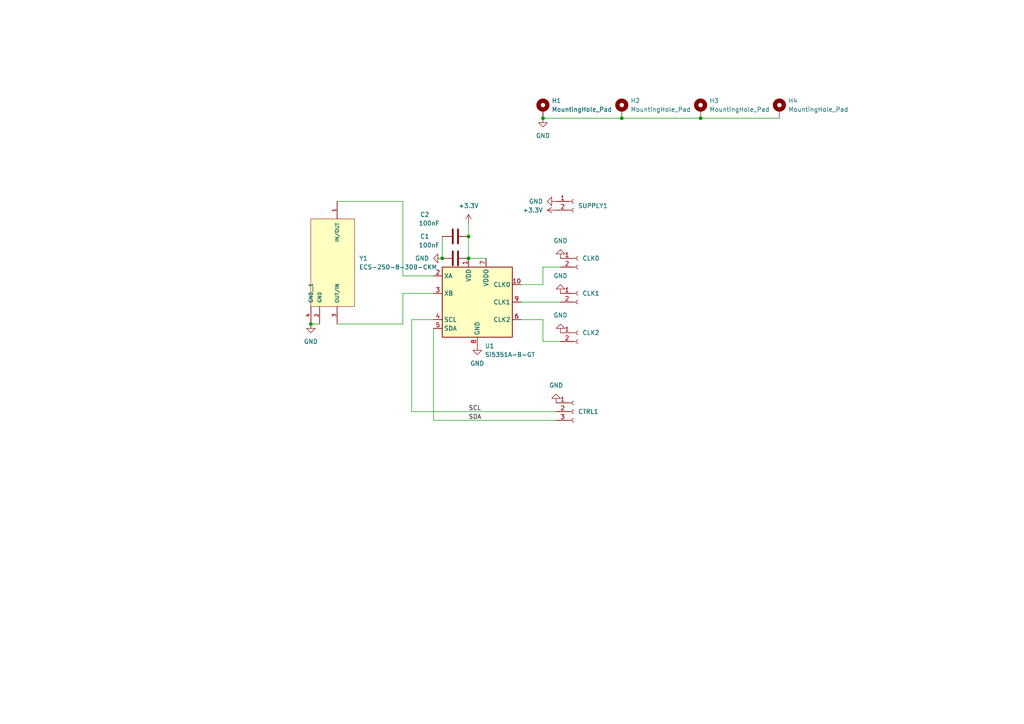
<source format=kicad_sch>
(kicad_sch (version 20231120) (generator "eeschema") (generator_version "8.0")
  (paper "A4")
  (title_block (title "Freq. Synt. Si5351") (date "2024-02-18") (rev "v1") (company "Stefan Meyre, HB9GZE, 18.2.2024"))
  (lib_symbols
    (symbol "Connector:Conn_01x02_Socket" (pin_names (offset 1.016) hide)
      (property "Reference" "J" (at 0 2.54 0))
      (property "Value" "Conn_01x02_Socket" (at 0 -5.08 0))
      (symbol "Conn_01x02_Socket_1_1"
        (arc (start 0 -2.032) (mid -0.5058 -2.54) (end 0 -3.048) (stroke (width 0.1524)))
        (polyline (pts (xy -1.27 -2.54) (xy -0.508 -2.54)) (stroke (width 0.1524)))
        (polyline (pts (xy -1.27 0) (xy -0.508 0)) (stroke (width 0.1524)))
        (arc (start 0 0.508) (mid -0.5058 0) (end 0 -0.508) (stroke (width 0.1524)))
        (pin passive line (at -5.08 0 0) (length 3.81) (name "Pin_1") (number "1"))
        (pin passive line (at -5.08 -2.54 0) (length 3.81) (name "Pin_2") (number "2"))
      )
    )
    (symbol "Connector:Conn_01x03_Socket" (pin_names (offset 1.016) hide)
      (property "Reference" "J" (at 0 5.08 0))
      (property "Value" "Conn_01x03_Socket" (at 0 -5.08 0))
      (symbol "Conn_01x03_Socket_1_1"
        (arc (start 0 -2.032) (mid -0.5058 -2.54) (end 0 -3.048) (stroke (width 0.1524)))
        (polyline (pts (xy -1.27 -2.54) (xy -0.508 -2.54)) (stroke (width 0.1524)))
        (polyline (pts (xy -1.27 0) (xy -0.508 0)) (stroke (width 0.1524)))
        (polyline (pts (xy -1.27 2.54) (xy -0.508 2.54)) (stroke (width 0.1524)))
        (arc (start 0 0.508) (mid -0.5058 0) (end 0 -0.508) (stroke (width 0.1524)))
        (arc (start 0 3.048) (mid -0.5058 2.54) (end 0 2.032) (stroke (width 0.1524)))
        (pin passive line (at -5.08 2.54 0) (length 3.81) (name "Pin_1") (number "1"))
        (pin passive line (at -5.08 0 0) (length 3.81) (name "Pin_2") (number "2"))
        (pin passive line (at -5.08 -2.54 0) (length 3.81) (name "Pin_3") (number "3"))
      )
    )
    (symbol "Device:C" (pin_numbers hide) (pin_names (offset 0.254))
      (property "Reference" "C" (at 0.635 2.54 0))
      (property "Value" "C" (at 0.635 -2.54 0))
      (symbol "C_0_1"
        (polyline (pts (xy -2.032 -0.762) (xy 2.032 -0.762)) (stroke (width 0.508)))
        (polyline (pts (xy -2.032 0.762) (xy 2.032 0.762)) (stroke (width 0.508)))
      )
      (symbol "C_1_1"
        (pin passive line (at 0 3.81 270) (length 2.794) (name "~") (number "1"))
        (pin passive line (at 0 -3.81 90) (length 2.794) (name "~") (number "2"))
      )
    )
    (symbol "Mechanical:MountingHole_Pad" (pin_numbers hide) (pin_names (offset 1.016) hide)
      (property "Reference" "H" (at 0 6.35 0))
      (property "Value" "MountingHole_Pad" (at 0 4.445 0))
      (symbol "MountingHole_Pad_0_1"
        (circle (center 0 1.27) (radius 1.27) (stroke (width 1.27)))
      )
      (symbol "MountingHole_Pad_1_1"
        (pin input line (at 0 -2.54 90) (length 2.54) (name "1") (number "1"))
      )
    )
    (symbol "Oscillator:Si5351A-B-GT"
      (property "Reference" "U" (at -8.89 11.43 0))
      (property "Value" "Si5351A-B-GT" (at -12.7 -12.7 0))
      (symbol "Si5351A-B-GT_0_1"
        (rectangle (start -10.16 10.16) (end 10.16 -10.16) (stroke (width 0.254)) (fill (type background)))
      )
      (symbol "Si5351A-B-GT_1_1"
        (pin power_in line (at -2.54 12.7 270) (length 2.54) (name "VDD") (number "1"))
        (pin output line (at 12.7 5.08 180) (length 2.54) (name "CLK0") (number "10"))
        (pin input line (at -12.7 7.62 0) (length 2.54) (name "XA") (number "2"))
        (pin input line (at -12.7 2.54 0) (length 2.54) (name "XB") (number "3"))
        (pin input line (at -12.7 -5.08 0) (length 2.54) (name "SCL") (number "4"))
        (pin bidirectional line (at -12.7 -7.62 0) (length 2.54) (name "SDA") (number "5"))
        (pin output line (at 12.7 -5.08 180) (length 2.54) (name "CLK2") (number "6"))
        (pin power_in line (at 2.54 12.7 270) (length 2.54) (name "VDDO") (number "7"))
        (pin power_in line (at 0 -12.7 90) (length 2.54) (name "GND") (number "8"))
        (pin output line (at 12.7 0 180) (length 2.54) (name "CLK1") (number "9"))
      )
    )
    (symbol "Private:ECS-250-8-30B-CKM" (pin_names (offset 1.016))
      (property "Reference" "Y" (at -12.7079 7.6248 0))
      (property "Value" "ECS-250-8-30B-CKM" (at -12.7326 -7.6396 0))
      (symbol "ECS-250-8-30B-CKM_0_0"
        (rectangle (start -12.7 -5.08) (end 12.7 7.62) (stroke (width 0.127)) (fill (type background)))
        (pin bidirectional line (at -17.78 2.54 0) (length 5.08) (name "IN/OUT") (number "1"))
        (pin power_in line (at 17.78 -2.54 180) (length 5.08) (name "GND") (number "2"))
        (pin bidirectional line (at 17.78 2.54 180) (length 5.08) (name "OUT/IN") (number "3"))
        (pin power_in line (at 17.78 -5.08 180) (length 5.08) (name "GND__1") (number "4"))
      )
    )
    (symbol "power:+3.3V" (power) (pin_names (offset 0))
      (property "Value" "+3.3V" (at 0 3.556 0))
      (symbol "+3.3V_0_1"
        (polyline (pts (xy -0.762 1.27) (xy 0 2.54)))
        (polyline (pts (xy 0 0) (xy 0 2.54)))
        (polyline (pts (xy 0 2.54) (xy 0.762 1.27)))
      )
      (symbol "+3.3V_1_1"
        (pin power_in line (at 0 0 90) (length 0) hide (name "+3.3V") (number "1"))
      )
    )
    (symbol "power:GND" (power) (pin_names (offset 0))
      (property "Value" "GND" (at 0 -3.81 0))
      (symbol "GND_0_1"
        (polyline (pts (xy 0 0) (xy 0 -1.27) (xy 1.27 -1.27) (xy 0 -2.54) (xy -1.27 -1.27) (xy 0 -1.27)))
      )
      (symbol "GND_1_1"
        (pin power_in line (at 0 0 270) (length 0) hide (name "GND") (number "1"))
      )
    )
  )
  (junction (at 157.48 34.29))
  (junction (at 128.27 74.93))
  (junction (at 203.2 34.29))
  (junction (at 90.17 93.98))
  (junction (at 135.89 74.93))
  (junction (at 135.89 68.58))
  (junction (at 180.34 34.29))
  (wire (pts (xy 97.79 93.98) (xy 116.84 93.98)))
  (wire (pts (xy 157.48 77.47) (xy 157.48 82.55)))
  (wire (pts (xy 157.48 92.71) (xy 157.48 99.06)))
  (wire (pts (xy 203.2 34.29) (xy 226.06 34.29)))
  (wire (pts (xy 119.38 119.38) (xy 119.38 92.71)))
  (wire (pts (xy 128.27 68.58) (xy 128.27 74.93)))
  (wire (pts (xy 125.73 121.92) (xy 161.29 121.92)))
  (wire (pts (xy 125.73 95.25) (xy 125.73 121.92)))
  (wire (pts (xy 116.84 80.01) (xy 125.73 80.01)))
  (wire (pts (xy 161.29 119.38) (xy 119.38 119.38)))
  (wire (pts (xy 125.73 85.09) (xy 116.84 85.09)))
  (wire (pts (xy 97.79 58.42) (xy 116.84 58.42)))
  (wire (pts (xy 151.13 87.63) (xy 162.56 87.63)))
  (wire (pts (xy 157.48 77.47) (xy 162.56 77.47)))
  (wire (pts (xy 157.48 99.06) (xy 162.56 99.06)))
  (wire (pts (xy 135.89 64.77) (xy 135.89 68.58)))
  (wire (pts (xy 135.89 68.58) (xy 135.89 74.93)))
  (wire (pts (xy 157.48 92.71) (xy 151.13 92.71)))
  (wire (pts (xy 180.34 34.29) (xy 203.2 34.29)))
  (wire (pts (xy 135.89 74.93) (xy 140.97 74.93)))
  (wire (pts (xy 119.38 92.71) (xy 125.73 92.71)))
  (wire (pts (xy 90.17 93.98) (xy 92.71 93.98)))
  (wire (pts (xy 116.84 58.42) (xy 116.84 80.01)))
  (wire (pts (xy 116.84 93.98) (xy 116.84 85.09)))
  (wire (pts (xy 157.48 34.29) (xy 180.34 34.29)))
  (wire (pts (xy 157.48 82.55) (xy 151.13 82.55)))
  (label "SDA" (at 135.89 121.92 0))
  (label "SCL" (at 135.89 119.38 0))
  (symbol (lib_id "Connector:Conn_01x02_Socket") (at 167.64 85.09 0) (unit 1)
    (property "Reference" "CLK1" (at 168.91 85.09 0) (effects (justify left)))
    (property "Value" "Conn_01x02_Socket" (effects (hide yes)))
    (property "Footprint" "Connector_JST:JST_EH_B2B-EH-A_1x02_P2.50mm_Vertical" (effects (hide yes)))
  )
  (symbol (lib_id "Connector:Conn_01x02_Socket") (at 167.64 96.52 0) (unit 1)
    (property "Reference" "CLK2" (at 168.91 96.52 0) (effects (justify left)))
    (property "Value" "Conn_01x02_Socket" (effects (hide yes)))
    (property "Footprint" "Connector_JST:JST_EH_B2B-EH-A_1x02_P2.50mm_Vertical" (effects (hide yes)))
  )
  (symbol (lib_id "Oscillator:Si5351A-B-GT") (at 138.43 87.63 0) (unit 1)
    (property "Reference" "U1" (at 140.6241 100.33 0) (effects (justify left)))
    (property "Value" "Si5351A-B-GT" (at 140.6241 102.87 0) (effects (justify left)))
    (property "Footprint" "Package_SO:MSOP-10_3x3mm_P0.5mm" (effects (hide yes)))
    (property "Datasheet" "https://www.silabs.com/documents/public/data-sheets/Si5351-B.pdf" (effects (hide yes)))
  )
  (symbol (lib_id "power:GND") (at 161.29 58.42 270) (unit 1)
    (property "Reference" "#PWR03" (effects (hide yes)))
    (property "Value" "GND" (at 157.48 58.42 90) (effects (justify right)))
  )
  (symbol (lib_id "Device:C") (at 132.08 74.93 90) (unit 1)
    (property "Reference" "C1" (at 123.19 68.58 90))
    (property "Value" "100nF" (at 124.46 71.12 90))
    (property "Footprint" "Capacitor_SMD:C_0805_2012Metric_Pad1.18x1.45mm_HandSolder" (effects (hide yes)))
  )
  (symbol (lib_id "power:GND") (at 157.48 34.29 0) (unit 1)
    (property "Reference" "#PWR010" (effects (hide yes)))
    (property "Value" "GND" (at 157.48 39.37 0))
  )
  (symbol (lib_id "Mechanical:MountingHole_Pad") (at 180.34 31.75 0) (unit 1)
    (property "Reference" "H2" (at 182.88 29.21 0) (effects (justify left)))
    (property "Value" "MountingHole_Pad" (at 182.88 31.75 0) (effects (justify left)))
    (property "Footprint" "MountingHole:MountingHole_2.5mm_Pad_TopBottom" (effects (hide yes)))
  )
  (symbol (lib_id "power:GND") (at 90.17 93.98 0) (unit 1)
    (property "Reference" "#PWR01" (effects (hide yes)))
    (property "Value" "GND" (at 90.17 99.06 0))
  )
  (symbol (lib_id "Device:C") (at 132.08 68.58 90) (unit 1)
    (property "Reference" "C2" (at 123.19 62.23 90))
    (property "Value" "100nF" (at 124.46 64.77 90))
    (property "Footprint" "Capacitor_SMD:C_0805_2012Metric_Pad1.18x1.45mm_HandSolder" (effects (hide yes)))
  )
  (symbol (lib_id "Connector:Conn_01x02_Socket") (at 167.64 74.93 0) (unit 1)
    (property "Reference" "CLK0" (at 168.91 74.93 0) (effects (justify left)))
    (property "Value" "Conn_01x02_Socket" (effects (hide yes)))
    (property "Footprint" "Connector_JST:JST_EH_B2B-EH-A_1x02_P2.50mm_Vertical" (effects (hide yes)))
  )
  (symbol (lib_id "power:GND") (at 161.29 116.84 180) (unit 1)
    (property "Reference" "#PWR09" (effects (hide yes)))
    (property "Value" "GND" (at 161.29 111.76 0))
  )
  (symbol (lib_id "Mechanical:MountingHole_Pad") (at 226.06 31.75 0) (unit 1)
    (property "Reference" "H4" (at 228.6 29.21 0) (effects (justify left)))
    (property "Value" "MountingHole_Pad" (at 228.6 31.75 0) (effects (justify left)))
    (property "Footprint" "MountingHole:MountingHole_2.5mm_Pad_TopBottom" (effects (hide yes)))
  )
  (symbol (lib_id "power:GND") (at 138.43 100.33 0) (unit 1)
    (property "Reference" "#PWR02" (effects (hide yes)))
    (property "Value" "GND" (at 138.43 105.41 0))
  )
  (symbol (lib_id "Connector:Conn_01x02_Socket") (at 166.37 58.42 0) (unit 1)
    (property "Reference" "SUPPLY1" (at 167.64 59.69 0) (effects (justify left)))
    (property "Value" "Conn_01x02_Socket" (effects (hide yes)))
    (property "Footprint" "Connector_JST:JST_EH_B2B-EH-A_1x02_P2.50mm_Vertical" (effects (hide yes)))
  )
  (symbol (lib_id "Mechanical:MountingHole_Pad") (at 157.48 31.75 0) (unit 1)
    (property "Reference" "H1" (at 160.02 29.21 0) (effects (justify left)))
    (property "Value" "MountingHole_Pad" (at 160.02 31.75 0) (effects (justify left)))
    (property "Footprint" "MountingHole:MountingHole_2.5mm_Pad_TopBottom" (effects (hide yes)))
  )
  (symbol (lib_id "power:GND") (at 162.56 85.09 180) (unit 1)
    (property "Reference" "#PWR07" (effects (hide yes)))
    (property "Value" "GND" (at 162.56 80.01 0))
  )
  (symbol (lib_id "power:+3.3V") (at 161.29 60.96 90) (unit 1)
    (property "Reference" "#PWR05" (effects (hide yes)))
    (property "Value" "+3.3V" (at 157.48 60.96 90) (effects (justify left)))
  )
  (symbol (lib_id "Mechanical:MountingHole_Pad") (at 203.2 31.75 0) (unit 1)
    (property "Reference" "H3" (at 205.74 29.21 0) (effects (justify left)))
    (property "Value" "MountingHole_Pad" (at 205.74 31.75 0) (effects (justify left)))
    (property "Footprint" "MountingHole:MountingHole_2.5mm_Pad_TopBottom" (effects (hide yes)))
  )
  (symbol (lib_id "power:GND") (at 128.27 74.93 270) (unit 1)
    (property "Reference" "#PWR011" (effects (hide yes)))
    (property "Value" "GND" (at 124.46 74.93 90) (effects (justify right)))
  )
  (symbol (lib_id "power:GND") (at 162.56 96.52 180) (unit 1)
    (property "Reference" "#PWR08" (effects (hide yes)))
    (property "Value" "GND" (at 162.56 91.44 0))
  )
  (symbol (lib_id "Private:ECS-250-8-30B-CKM") (at 95.25 76.2 270) (unit 1)
    (property "Reference" "Y1" (at 104.14 74.93 90) (effects (justify left)))
    (property "Value" "ECS-250-8-30B-CKM" (at 104.14 77.47 90) (effects (justify left)))
    (property "Footprint" "Private:XTAL_ECS-250-8-30B-CKM" (effects (hide yes)))
    (property "MF" "ECS INC" (effects (hide yes)))
    (property "DESCRIPTION" "The ECX-53B is a miniature SMD Crystal with a 3.2 x 5 mm footprint." (effects (hide yes)))
    (property "PACKAGE" "SMD-4 ECX" (effects (hide yes)))
    (property "STANDARD" "Manufacturer Recommendations" (effects (hide yes)))
    (property "MP" "ECX-53B" (effects (hide yes)))
    (property "AVAILABILITY" "Good" (effects (hide yes)))
  )
  (symbol (lib_id "power:GND") (at 162.56 74.93 180) (unit 1)
    (property "Reference" "#PWR06" (effects (hide yes)))
    (property "Value" "GND" (at 162.56 69.85 0))
  )
  (symbol (lib_id "Connector:Conn_01x03_Socket") (at 166.37 119.38 0) (unit 1)
    (property "Reference" "CTRL1" (at 167.64 119.38 0) (effects (justify left)))
    (property "Value" "Conn_01x03_Socket" (effects (hide yes)))
    (property "Footprint" "Connector_JST:JST_EH_B3B-EH-A_1x03_P2.50mm_Vertical" (effects (hide yes)))
  )
  (symbol (lib_id "power:+3.3V") (at 135.89 64.77 0) (unit 1)
    (property "Reference" "#PWR04" (effects (hide yes)))
    (property "Value" "+3.3V" (at 135.89 59.69 0))
  )
)
</source>
